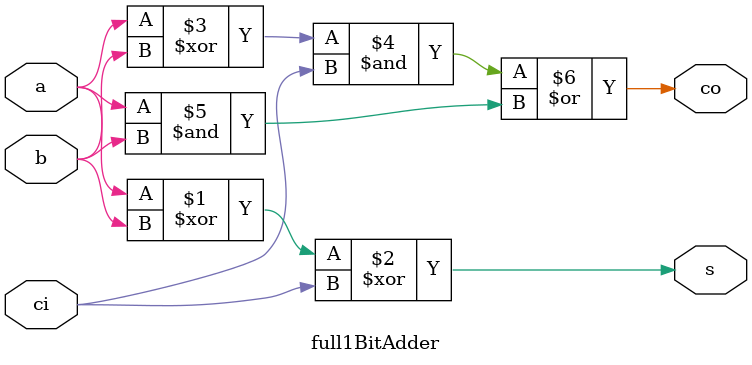
<source format=sv>
module full1BitAdder(input a,input b,input ci,
					output s,output co);
	assign s = (a^b) ^ci;
	assign co = ((a^b) & ci) | (a & b);
endmodule
</source>
